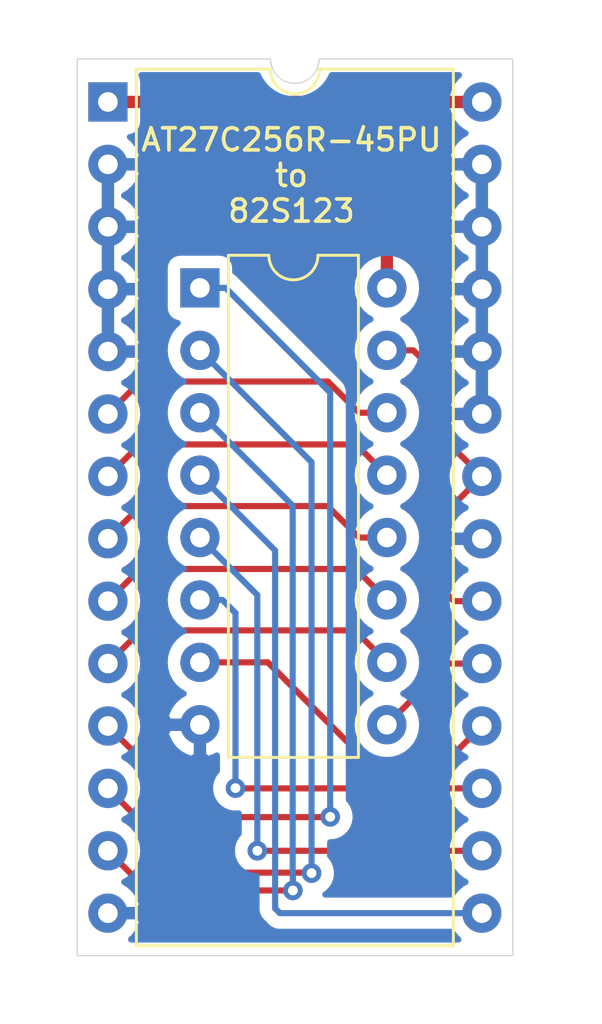
<source format=kicad_pcb>
(kicad_pcb (version 20171130) (host pcbnew "(5.1.4)-1")

  (general
    (thickness 1.6)
    (drawings 8)
    (tracks 76)
    (zones 0)
    (modules 2)
    (nets 17)
  )

  (page A4)
  (layers
    (0 F.Cu signal)
    (31 B.Cu signal)
    (32 B.Adhes user)
    (33 F.Adhes user)
    (34 B.Paste user)
    (35 F.Paste user)
    (36 B.SilkS user)
    (37 F.SilkS user)
    (38 B.Mask user)
    (39 F.Mask user)
    (40 Dwgs.User user)
    (41 Cmts.User user)
    (42 Eco1.User user)
    (43 Eco2.User user)
    (44 Edge.Cuts user)
    (45 Margin user)
    (46 B.CrtYd user)
    (47 F.CrtYd user)
    (48 B.Fab user)
    (49 F.Fab user)
  )

  (setup
    (last_trace_width 0.25)
    (trace_clearance 0.2)
    (zone_clearance 0.508)
    (zone_45_only no)
    (trace_min 0.2)
    (via_size 0.8)
    (via_drill 0.4)
    (via_min_size 0.4)
    (via_min_drill 0.3)
    (uvia_size 0.3)
    (uvia_drill 0.1)
    (uvias_allowed no)
    (uvia_min_size 0.2)
    (uvia_min_drill 0.1)
    (edge_width 0.05)
    (segment_width 0.2)
    (pcb_text_width 0.3)
    (pcb_text_size 1.5 1.5)
    (mod_edge_width 0.12)
    (mod_text_size 1 1)
    (mod_text_width 0.15)
    (pad_size 1.524 1.524)
    (pad_drill 0.762)
    (pad_to_mask_clearance 0.051)
    (solder_mask_min_width 0.25)
    (aux_axis_origin 0 0)
    (visible_elements 7FFFFFFF)
    (pcbplotparams
      (layerselection 0x010fc_ffffffff)
      (usegerberextensions false)
      (usegerberattributes false)
      (usegerberadvancedattributes false)
      (creategerberjobfile false)
      (excludeedgelayer true)
      (linewidth 0.100000)
      (plotframeref false)
      (viasonmask false)
      (mode 1)
      (useauxorigin false)
      (hpglpennumber 1)
      (hpglpenspeed 20)
      (hpglpendiameter 15.000000)
      (psnegative false)
      (psa4output false)
      (plotreference true)
      (plotvalue true)
      (plotinvisibletext false)
      (padsonsilk false)
      (subtractmaskfromsilk false)
      (outputformat 1)
      (mirror false)
      (drillshape 0)
      (scaleselection 1)
      (outputdirectory "PROM_Adapter_Gerbers/"))
  )

  (net 0 "")
  (net 1 +5V)
  (net 2 GND)
  (net 3 A2)
  (net 4 A1)
  (net 5 CE)
  (net 6 A0)
  (net 7 D0)
  (net 8 A3)
  (net 9 D1)
  (net 10 A4)
  (net 11 D2)
  (net 12 D3)
  (net 13 D6)
  (net 14 D5)
  (net 15 D4)
  (net 16 D7)

  (net_class Default "This is the default net class."
    (clearance 0.2)
    (trace_width 0.25)
    (via_dia 0.8)
    (via_drill 0.4)
    (uvia_dia 0.3)
    (uvia_drill 0.1)
    (add_net +5V)
    (add_net A0)
    (add_net A1)
    (add_net A2)
    (add_net A3)
    (add_net A4)
    (add_net CE)
    (add_net D0)
    (add_net D1)
    (add_net D2)
    (add_net D3)
    (add_net D4)
    (add_net D5)
    (add_net D6)
    (add_net D7)
    (add_net GND)
  )

  (module Housings_DIP:DIP-16_W7.62mm (layer F.Cu) (tedit 59C78D6B) (tstamp 60558D53)
    (at 161 94.82)
    (descr "16-lead though-hole mounted DIP package, row spacing 7.62 mm (300 mils)")
    (tags "THT DIP DIL PDIP 2.54mm 7.62mm 300mil")
    (path /60558C67)
    (fp_text reference J1 (at 3.81 -2.33) (layer F.Fab)
      (effects (font (size 1 1) (thickness 0.15)))
    )
    (fp_text value Conn_02x08_Counter_Clockwise (at 3.81 20.11) (layer F.Fab)
      (effects (font (size 1 1) (thickness 0.15)))
    )
    (fp_arc (start 3.81 -1.33) (end 2.81 -1.33) (angle -180) (layer F.SilkS) (width 0.12))
    (fp_line (start 1.635 -1.27) (end 6.985 -1.27) (layer F.Fab) (width 0.1))
    (fp_line (start 6.985 -1.27) (end 6.985 19.05) (layer F.Fab) (width 0.1))
    (fp_line (start 6.985 19.05) (end 0.635 19.05) (layer F.Fab) (width 0.1))
    (fp_line (start 0.635 19.05) (end 0.635 -0.27) (layer F.Fab) (width 0.1))
    (fp_line (start 0.635 -0.27) (end 1.635 -1.27) (layer F.Fab) (width 0.1))
    (fp_line (start 2.81 -1.33) (end 1.16 -1.33) (layer F.SilkS) (width 0.12))
    (fp_line (start 1.16 -1.33) (end 1.16 19.11) (layer F.SilkS) (width 0.12))
    (fp_line (start 1.16 19.11) (end 6.46 19.11) (layer F.SilkS) (width 0.12))
    (fp_line (start 6.46 19.11) (end 6.46 -1.33) (layer F.SilkS) (width 0.12))
    (fp_line (start 6.46 -1.33) (end 4.81 -1.33) (layer F.SilkS) (width 0.12))
    (fp_line (start -1.1 -1.55) (end -1.1 19.3) (layer F.CrtYd) (width 0.05))
    (fp_line (start -1.1 19.3) (end 8.7 19.3) (layer F.CrtYd) (width 0.05))
    (fp_line (start 8.7 19.3) (end 8.7 -1.55) (layer F.CrtYd) (width 0.05))
    (fp_line (start 8.7 -1.55) (end -1.1 -1.55) (layer F.CrtYd) (width 0.05))
    (fp_text user %R (at 3.81 8.89) (layer F.Fab)
      (effects (font (size 1 1) (thickness 0.15)))
    )
    (pad 1 thru_hole rect (at 0 0) (size 1.6 1.6) (drill 0.8) (layers *.Cu *.Mask)
      (net 7 D0))
    (pad 9 thru_hole oval (at 7.62 17.78) (size 1.6 1.6) (drill 0.8) (layers *.Cu *.Mask)
      (net 16 D7))
    (pad 2 thru_hole oval (at 0 2.54) (size 1.6 1.6) (drill 0.8) (layers *.Cu *.Mask)
      (net 9 D1))
    (pad 10 thru_hole oval (at 7.62 15.24) (size 1.6 1.6) (drill 0.8) (layers *.Cu *.Mask)
      (net 6 A0))
    (pad 3 thru_hole oval (at 0 5.08) (size 1.6 1.6) (drill 0.8) (layers *.Cu *.Mask)
      (net 11 D2))
    (pad 11 thru_hole oval (at 7.62 12.7) (size 1.6 1.6) (drill 0.8) (layers *.Cu *.Mask)
      (net 4 A1))
    (pad 4 thru_hole oval (at 0 7.62) (size 1.6 1.6) (drill 0.8) (layers *.Cu *.Mask)
      (net 12 D3))
    (pad 12 thru_hole oval (at 7.62 10.16) (size 1.6 1.6) (drill 0.8) (layers *.Cu *.Mask)
      (net 3 A2))
    (pad 5 thru_hole oval (at 0 10.16) (size 1.6 1.6) (drill 0.8) (layers *.Cu *.Mask)
      (net 15 D4))
    (pad 13 thru_hole oval (at 7.62 7.62) (size 1.6 1.6) (drill 0.8) (layers *.Cu *.Mask)
      (net 8 A3))
    (pad 6 thru_hole oval (at 0 12.7) (size 1.6 1.6) (drill 0.8) (layers *.Cu *.Mask)
      (net 14 D5))
    (pad 14 thru_hole oval (at 7.62 5.08) (size 1.6 1.6) (drill 0.8) (layers *.Cu *.Mask)
      (net 10 A4))
    (pad 7 thru_hole oval (at 0 15.24) (size 1.6 1.6) (drill 0.8) (layers *.Cu *.Mask)
      (net 13 D6))
    (pad 15 thru_hole oval (at 7.62 2.54) (size 1.6 1.6) (drill 0.8) (layers *.Cu *.Mask)
      (net 5 CE))
    (pad 8 thru_hole oval (at 0 17.78) (size 1.6 1.6) (drill 0.8) (layers *.Cu *.Mask)
      (net 2 GND))
    (pad 16 thru_hole oval (at 7.62 0) (size 1.6 1.6) (drill 0.8) (layers *.Cu *.Mask)
      (net 1 +5V))
    (model ${KISYS3DMOD}/Housings_DIP.3dshapes/DIP-16_W7.62mm.wrl
      (at (xyz 0 0 0))
      (scale (xyz 1 1 1))
      (rotate (xyz 0 0 0))
    )
  )

  (module Housings_DIP:DIP-28_W15.24mm (layer F.Cu) (tedit 59C78D6C) (tstamp 60558F23)
    (at 157.25 87.25)
    (descr "28-lead though-hole mounted DIP package, row spacing 15.24 mm (600 mils)")
    (tags "THT DIP DIL PDIP 2.54mm 15.24mm 600mil")
    (path /60557395)
    (fp_text reference U1 (at 7.62 -2.33) (layer F.Fab)
      (effects (font (size 1 1) (thickness 0.15)))
    )
    (fp_text value 27C256 (at 7.62 35.35) (layer F.Fab)
      (effects (font (size 1 1) (thickness 0.15)))
    )
    (fp_arc (start 7.62 -1.33) (end 6.62 -1.33) (angle -180) (layer F.SilkS) (width 0.12))
    (fp_line (start 1.255 -1.27) (end 14.985 -1.27) (layer F.Fab) (width 0.1))
    (fp_line (start 14.985 -1.27) (end 14.985 34.29) (layer F.Fab) (width 0.1))
    (fp_line (start 14.985 34.29) (end 0.255 34.29) (layer F.Fab) (width 0.1))
    (fp_line (start 0.255 34.29) (end 0.255 -0.27) (layer F.Fab) (width 0.1))
    (fp_line (start 0.255 -0.27) (end 1.255 -1.27) (layer F.Fab) (width 0.1))
    (fp_line (start 6.62 -1.33) (end 1.16 -1.33) (layer F.SilkS) (width 0.12))
    (fp_line (start 1.16 -1.33) (end 1.16 34.35) (layer F.SilkS) (width 0.12))
    (fp_line (start 1.16 34.35) (end 14.08 34.35) (layer F.SilkS) (width 0.12))
    (fp_line (start 14.08 34.35) (end 14.08 -1.33) (layer F.SilkS) (width 0.12))
    (fp_line (start 14.08 -1.33) (end 8.62 -1.33) (layer F.SilkS) (width 0.12))
    (fp_line (start -1.05 -1.55) (end -1.05 34.55) (layer F.CrtYd) (width 0.05))
    (fp_line (start -1.05 34.55) (end 16.3 34.55) (layer F.CrtYd) (width 0.05))
    (fp_line (start 16.3 34.55) (end 16.3 -1.55) (layer F.CrtYd) (width 0.05))
    (fp_line (start 16.3 -1.55) (end -1.05 -1.55) (layer F.CrtYd) (width 0.05))
    (fp_text user %R (at 7.62 16.51) (layer F.Fab)
      (effects (font (size 1 1) (thickness 0.15)))
    )
    (pad 1 thru_hole rect (at 0 0) (size 1.6 1.6) (drill 0.8) (layers *.Cu *.Mask)
      (net 1 +5V))
    (pad 15 thru_hole oval (at 15.24 33.02) (size 1.6 1.6) (drill 0.8) (layers *.Cu *.Mask)
      (net 12 D3))
    (pad 2 thru_hole oval (at 0 2.54) (size 1.6 1.6) (drill 0.8) (layers *.Cu *.Mask)
      (net 2 GND))
    (pad 16 thru_hole oval (at 15.24 30.48) (size 1.6 1.6) (drill 0.8) (layers *.Cu *.Mask)
      (net 15 D4))
    (pad 3 thru_hole oval (at 0 5.08) (size 1.6 1.6) (drill 0.8) (layers *.Cu *.Mask)
      (net 2 GND))
    (pad 17 thru_hole oval (at 15.24 27.94) (size 1.6 1.6) (drill 0.8) (layers *.Cu *.Mask)
      (net 14 D5))
    (pad 4 thru_hole oval (at 0 7.62) (size 1.6 1.6) (drill 0.8) (layers *.Cu *.Mask)
      (net 2 GND))
    (pad 18 thru_hole oval (at 15.24 25.4) (size 1.6 1.6) (drill 0.8) (layers *.Cu *.Mask)
      (net 13 D6))
    (pad 5 thru_hole oval (at 0 10.16) (size 1.6 1.6) (drill 0.8) (layers *.Cu *.Mask)
      (net 2 GND))
    (pad 19 thru_hole oval (at 15.24 22.86) (size 1.6 1.6) (drill 0.8) (layers *.Cu *.Mask)
      (net 16 D7))
    (pad 6 thru_hole oval (at 0 12.7) (size 1.6 1.6) (drill 0.8) (layers *.Cu *.Mask)
      (net 10 A4))
    (pad 20 thru_hole oval (at 15.24 20.32) (size 1.6 1.6) (drill 0.8) (layers *.Cu *.Mask)
      (net 5 CE))
    (pad 7 thru_hole oval (at 0 15.24) (size 1.6 1.6) (drill 0.8) (layers *.Cu *.Mask)
      (net 8 A3))
    (pad 21 thru_hole oval (at 15.24 17.78) (size 1.6 1.6) (drill 0.8) (layers *.Cu *.Mask)
      (net 2 GND))
    (pad 8 thru_hole oval (at 0 17.78) (size 1.6 1.6) (drill 0.8) (layers *.Cu *.Mask)
      (net 3 A2))
    (pad 22 thru_hole oval (at 15.24 15.24) (size 1.6 1.6) (drill 0.8) (layers *.Cu *.Mask)
      (net 5 CE))
    (pad 9 thru_hole oval (at 0 20.32) (size 1.6 1.6) (drill 0.8) (layers *.Cu *.Mask)
      (net 4 A1))
    (pad 23 thru_hole oval (at 15.24 12.7) (size 1.6 1.6) (drill 0.8) (layers *.Cu *.Mask)
      (net 2 GND))
    (pad 10 thru_hole oval (at 0 22.86) (size 1.6 1.6) (drill 0.8) (layers *.Cu *.Mask)
      (net 6 A0))
    (pad 24 thru_hole oval (at 15.24 10.16) (size 1.6 1.6) (drill 0.8) (layers *.Cu *.Mask)
      (net 2 GND))
    (pad 11 thru_hole oval (at 0 25.4) (size 1.6 1.6) (drill 0.8) (layers *.Cu *.Mask)
      (net 7 D0))
    (pad 25 thru_hole oval (at 15.24 7.62) (size 1.6 1.6) (drill 0.8) (layers *.Cu *.Mask)
      (net 2 GND))
    (pad 12 thru_hole oval (at 0 27.94) (size 1.6 1.6) (drill 0.8) (layers *.Cu *.Mask)
      (net 9 D1))
    (pad 26 thru_hole oval (at 15.24 5.08) (size 1.6 1.6) (drill 0.8) (layers *.Cu *.Mask)
      (net 2 GND))
    (pad 13 thru_hole oval (at 0 30.48) (size 1.6 1.6) (drill 0.8) (layers *.Cu *.Mask)
      (net 11 D2))
    (pad 27 thru_hole oval (at 15.24 2.54) (size 1.6 1.6) (drill 0.8) (layers *.Cu *.Mask)
      (net 2 GND))
    (pad 14 thru_hole oval (at 0 33.02) (size 1.6 1.6) (drill 0.8) (layers *.Cu *.Mask)
      (net 2 GND))
    (pad 28 thru_hole oval (at 15.24 0) (size 1.6 1.6) (drill 0.8) (layers *.Cu *.Mask)
      (net 1 +5V))
    (model ${KISYS3DMOD}/Housings_DIP.3dshapes/DIP-28_W15.24mm.wrl
      (at (xyz 0 0 0))
      (scale (xyz 1 1 1))
      (rotate (xyz 0 0 0))
    )
  )

  (gr_text "AT27C256R-45PU\nto\n82S123" (at 164.73 90.24) (layer F.SilkS)
    (effects (font (size 0.9 0.9) (thickness 0.15)))
  )
  (gr_line (start 173.75 85.5) (end 165.86 85.5) (layer Edge.Cuts) (width 0.05) (tstamp 605590DE))
  (gr_arc (start 164.87 85.5) (end 163.88 85.5) (angle -90) (layer Edge.Cuts) (width 0.05) (tstamp 605590D1))
  (gr_arc (start 164.87 85.5) (end 164.87 86.49) (angle -90) (layer Edge.Cuts) (width 0.05))
  (gr_line (start 156 85.5) (end 156 122) (layer Edge.Cuts) (width 0.05) (tstamp 60558D1F))
  (gr_line (start 173.75 122) (end 173.75 85.5) (layer Edge.Cuts) (width 0.05) (tstamp 60558D1E))
  (gr_line (start 156 122) (end 173.75 122) (layer Edge.Cuts) (width 0.05) (tstamp 60558D1D))
  (gr_line (start 163.88 85.5) (end 156 85.5) (layer Edge.Cuts) (width 0.05) (tstamp 60558D1C))

  (segment (start 168.62 88.4) (end 169.77 87.25) (width 0.5) (layer F.Cu) (net 1))
  (segment (start 168.62 94.82) (end 168.62 88.4) (width 0.5) (layer F.Cu) (net 1))
  (segment (start 172.49 87.25) (end 169.77 87.25) (width 0.5) (layer F.Cu) (net 1))
  (segment (start 169.77 87.25) (end 157.25 87.25) (width 0.5) (layer F.Cu) (net 1))
  (segment (start 167.48863 104.98) (end 166.20863 103.7) (width 0.25) (layer F.Cu) (net 3))
  (segment (start 168.62 104.98) (end 167.48863 104.98) (width 0.25) (layer F.Cu) (net 3))
  (segment (start 158.58 103.7) (end 157.25 105.03) (width 0.25) (layer F.Cu) (net 3))
  (segment (start 166.20863 103.7) (end 158.58 103.7) (width 0.25) (layer F.Cu) (net 3))
  (segment (start 158.56 106.26) (end 157.25 107.57) (width 0.25) (layer F.Cu) (net 4))
  (segment (start 168.62 107.52) (end 167.36 106.26) (width 0.25) (layer F.Cu) (net 4))
  (segment (start 167.36 106.26) (end 158.56 106.26) (width 0.25) (layer F.Cu) (net 4))
  (segment (start 171.35863 107.57) (end 171.01 107.22137) (width 0.25) (layer F.Cu) (net 5))
  (segment (start 172.49 107.57) (end 171.35863 107.57) (width 0.25) (layer F.Cu) (net 5))
  (segment (start 171.01 103.97) (end 172.49 102.49) (width 0.25) (layer F.Cu) (net 5))
  (segment (start 171.01 107.22137) (end 171.01 103.97) (width 0.25) (layer F.Cu) (net 5))
  (segment (start 169.7 97.36) (end 168.62 97.36) (width 0.25) (layer F.Cu) (net 5))
  (segment (start 170.4 98.06) (end 169.7 97.36) (width 0.25) (layer F.Cu) (net 5))
  (segment (start 170.4 100.41) (end 170.4 98.06) (width 0.25) (layer F.Cu) (net 5))
  (segment (start 171.680001 101.690001) (end 170.4 100.41) (width 0.25) (layer F.Cu) (net 5))
  (segment (start 171.690001 101.690001) (end 171.680001 101.690001) (width 0.25) (layer F.Cu) (net 5))
  (segment (start 172.49 102.49) (end 171.690001 101.690001) (width 0.25) (layer F.Cu) (net 5))
  (segment (start 168.62 110.06) (end 167.32 108.76) (width 0.25) (layer F.Cu) (net 6))
  (segment (start 158.6 108.76) (end 157.25 110.11) (width 0.25) (layer F.Cu) (net 6))
  (segment (start 167.32 108.76) (end 158.6 108.76) (width 0.25) (layer F.Cu) (net 6))
  (segment (start 160.96 116.36) (end 164.790001 116.36) (width 0.25) (layer F.Cu) (net 7))
  (segment (start 157.25 112.65) (end 160.96 116.36) (width 0.25) (layer F.Cu) (net 7))
  (via (at 166.31 116.35) (size 0.8) (drill 0.4) (layers F.Cu B.Cu) (net 7))
  (segment (start 164.790001 116.36) (end 166.3 116.36) (width 0.25) (layer F.Cu) (net 7))
  (segment (start 166.3 116.36) (end 166.31 116.35) (width 0.25) (layer F.Cu) (net 7))
  (segment (start 162.05 94.82) (end 161 94.82) (width 0.25) (layer B.Cu) (net 7))
  (segment (start 166.31 99.08) (end 162.05 94.82) (width 0.25) (layer B.Cu) (net 7))
  (segment (start 166.31 116.35) (end 166.31 99.08) (width 0.25) (layer B.Cu) (net 7))
  (segment (start 168.62 102.44) (end 167.37 101.19) (width 0.25) (layer F.Cu) (net 8))
  (segment (start 158.55 101.19) (end 157.25 102.49) (width 0.25) (layer F.Cu) (net 8))
  (segment (start 167.37 101.19) (end 158.55 101.19) (width 0.25) (layer F.Cu) (net 8))
  (segment (start 157.25 115.19) (end 160.68 118.62) (width 0.25) (layer F.Cu) (net 9))
  (via (at 165.55 118.64) (size 0.8) (drill 0.4) (layers F.Cu B.Cu) (net 9))
  (segment (start 160.68 118.62) (end 165.53 118.62) (width 0.25) (layer F.Cu) (net 9))
  (segment (start 165.53 118.62) (end 165.55 118.64) (width 0.25) (layer F.Cu) (net 9))
  (segment (start 165.55 101.91) (end 161 97.36) (width 0.25) (layer B.Cu) (net 9))
  (segment (start 165.55 118.64) (end 165.55 101.91) (width 0.25) (layer B.Cu) (net 9))
  (segment (start 167.48863 99.9) (end 166.21863 98.63) (width 0.25) (layer F.Cu) (net 10))
  (segment (start 168.62 99.9) (end 167.48863 99.9) (width 0.25) (layer F.Cu) (net 10))
  (segment (start 158.57 98.63) (end 157.25 99.95) (width 0.25) (layer F.Cu) (net 10))
  (segment (start 166.21863 98.63) (end 158.57 98.63) (width 0.25) (layer F.Cu) (net 10))
  (via (at 164.790001 119.345) (size 0.8) (drill 0.4) (layers F.Cu B.Cu) (net 11))
  (segment (start 157.25 117.73) (end 158.865 119.345) (width 0.25) (layer F.Cu) (net 11))
  (segment (start 158.865 119.345) (end 164.790001 119.345) (width 0.25) (layer F.Cu) (net 11))
  (segment (start 164.790001 118.779315) (end 164.78 118.769314) (width 0.25) (layer B.Cu) (net 11))
  (segment (start 164.790001 119.345) (end 164.790001 118.779315) (width 0.25) (layer B.Cu) (net 11))
  (segment (start 164.78 103.68) (end 164.78 103.94) (width 0.25) (layer B.Cu) (net 11))
  (segment (start 161 99.9) (end 164.78 103.68) (width 0.25) (layer B.Cu) (net 11))
  (segment (start 164.78 118.769314) (end 164.78 103.94) (width 0.25) (layer B.Cu) (net 11))
  (segment (start 164.065001 105.505001) (end 161 102.44) (width 0.25) (layer B.Cu) (net 12))
  (segment (start 164.065001 120.075001) (end 164.065001 105.505001) (width 0.25) (layer B.Cu) (net 12))
  (segment (start 164.26 120.27) (end 164.065001 120.075001) (width 0.25) (layer B.Cu) (net 12))
  (segment (start 172.49 120.27) (end 164.26 120.27) (width 0.25) (layer B.Cu) (net 12))
  (segment (start 172.49 112.65) (end 171.02 114.12) (width 0.25) (layer F.Cu) (net 13))
  (segment (start 171.02 114.12) (end 167.83 114.12) (width 0.25) (layer F.Cu) (net 13))
  (segment (start 163.77 110.06) (end 164.285 110.575) (width 0.25) (layer F.Cu) (net 13))
  (segment (start 161 110.06) (end 163.77 110.06) (width 0.25) (layer F.Cu) (net 13))
  (segment (start 167.83 114.12) (end 164.285 110.575) (width 0.25) (layer F.Cu) (net 13))
  (segment (start 164.315 110.605) (end 163.78 110.07) (width 0.25) (layer F.Cu) (net 13))
  (via (at 162.45 115.18) (size 0.8) (drill 0.4) (layers F.Cu B.Cu) (net 14))
  (segment (start 172.49 115.19) (end 162.46 115.19) (width 0.25) (layer F.Cu) (net 14))
  (segment (start 162.46 115.19) (end 162.45 115.18) (width 0.25) (layer F.Cu) (net 14))
  (segment (start 161.92 107.52) (end 161 107.52) (width 0.25) (layer B.Cu) (net 14))
  (segment (start 162.45 115.18) (end 162.45 108.05) (width 0.25) (layer B.Cu) (net 14))
  (segment (start 162.45 108.05) (end 161.92 107.52) (width 0.25) (layer B.Cu) (net 14))
  (segment (start 161 104.98) (end 163.34 107.32) (width 0.25) (layer B.Cu) (net 15))
  (segment (start 163.34 107.32) (end 163.34 116.77) (width 0.25) (layer B.Cu) (net 15))
  (via (at 163.34 117.73) (size 0.8) (drill 0.4) (layers F.Cu B.Cu) (net 15))
  (segment (start 163.34 116.77) (end 163.34 117.73) (width 0.25) (layer B.Cu) (net 15))
  (segment (start 163.34 117.73) (end 172.49 117.73) (width 0.25) (layer F.Cu) (net 15))
  (segment (start 171.11 110.11) (end 168.62 112.6) (width 0.25) (layer F.Cu) (net 16))
  (segment (start 172.49 110.11) (end 171.11 110.11) (width 0.25) (layer F.Cu) (net 16))

  (zone (net 2) (net_name GND) (layer B.Cu) (tstamp 60559169) (hatch edge 0.508)
    (connect_pads (clearance 0.508))
    (min_thickness 0.254)
    (fill yes (arc_segments 32) (thermal_gap 0.508) (thermal_bridge_width 0.508))
    (polygon
      (pts
        (xy 177.4 124.8) (xy 153.7 123.7) (xy 154.5 83.1) (xy 176 84.3)
      )
    )
    (filled_polygon
      (pts
        (xy 163.372461 86.189417) (xy 163.376788 86.197553) (xy 163.468686 86.367514) (xy 163.502108 86.417063) (xy 163.534889 86.467159)
        (xy 163.540714 86.4743) (xy 163.663873 86.623174) (xy 163.706309 86.665315) (xy 163.748172 86.708064) (xy 163.755272 86.713938)
        (xy 163.905002 86.836055) (xy 163.954811 86.869147) (xy 164.004183 86.902954) (xy 164.01229 86.907337) (xy 164.182887 86.998046)
        (xy 164.238205 87.020846) (xy 164.293176 87.044407) (xy 164.301979 87.047132) (xy 164.486947 87.102977) (xy 164.545632 87.114597)
        (xy 164.60414 87.127033) (xy 164.613303 87.127996) (xy 164.613305 87.127996) (xy 164.805597 87.14685) (xy 164.834418 87.14685)
        (xy 164.863077 87.149964) (xy 164.872292 87.149996) (xy 164.879203 87.149972) (xy 164.907891 87.147058) (xy 164.936731 87.14726)
        (xy 164.945902 87.14636) (xy 165.138058 87.126163) (xy 165.196648 87.114136) (xy 165.25541 87.102927) (xy 165.264232 87.100264)
        (xy 165.448805 87.043129) (xy 165.503922 87.01996) (xy 165.559417 86.997539) (xy 165.567546 86.993216) (xy 165.56755 86.993214)
        (xy 165.567553 86.993212) (xy 165.737514 86.901314) (xy 165.787063 86.867892) (xy 165.837159 86.835111) (xy 165.8443 86.829286)
        (xy 165.993174 86.706127) (xy 166.035315 86.663691) (xy 166.078064 86.621828) (xy 166.083938 86.614728) (xy 166.206055 86.464998)
        (xy 166.239147 86.415189) (xy 166.272954 86.365817) (xy 166.277337 86.35771) (xy 166.368046 86.187113) (xy 166.379221 86.16)
        (xy 171.556165 86.16) (xy 171.470392 86.230392) (xy 171.291068 86.448899) (xy 171.157818 86.698192) (xy 171.075764 86.968691)
        (xy 171.048057 87.25) (xy 171.075764 87.531309) (xy 171.157818 87.801808) (xy 171.291068 88.051101) (xy 171.470392 88.269608)
        (xy 171.688899 88.448932) (xy 171.826682 88.522579) (xy 171.634869 88.637615) (xy 171.426481 88.826586) (xy 171.258963 89.05258)
        (xy 171.138754 89.306913) (xy 171.098096 89.440961) (xy 171.220085 89.663) (xy 172.363 89.663) (xy 172.363 89.643)
        (xy 172.617 89.643) (xy 172.617 89.663) (xy 172.637 89.663) (xy 172.637 89.917) (xy 172.617 89.917)
        (xy 172.617 92.203) (xy 172.637 92.203) (xy 172.637 92.457) (xy 172.617 92.457) (xy 172.617 94.743)
        (xy 172.637 94.743) (xy 172.637 94.997) (xy 172.617 94.997) (xy 172.617 97.283) (xy 172.637 97.283)
        (xy 172.637 97.537) (xy 172.617 97.537) (xy 172.617 99.823) (xy 172.637 99.823) (xy 172.637 100.077)
        (xy 172.617 100.077) (xy 172.617 100.097) (xy 172.363 100.097) (xy 172.363 100.077) (xy 171.220085 100.077)
        (xy 171.098096 100.299039) (xy 171.138754 100.433087) (xy 171.258963 100.68742) (xy 171.426481 100.913414) (xy 171.634869 101.102385)
        (xy 171.826682 101.217421) (xy 171.688899 101.291068) (xy 171.470392 101.470392) (xy 171.291068 101.688899) (xy 171.157818 101.938192)
        (xy 171.075764 102.208691) (xy 171.048057 102.49) (xy 171.075764 102.771309) (xy 171.157818 103.041808) (xy 171.291068 103.291101)
        (xy 171.470392 103.509608) (xy 171.688899 103.688932) (xy 171.826682 103.762579) (xy 171.634869 103.877615) (xy 171.426481 104.066586)
        (xy 171.258963 104.29258) (xy 171.138754 104.546913) (xy 171.098096 104.680961) (xy 171.220085 104.903) (xy 172.363 104.903)
        (xy 172.363 104.883) (xy 172.617 104.883) (xy 172.617 104.903) (xy 172.637 104.903) (xy 172.637 105.157)
        (xy 172.617 105.157) (xy 172.617 105.177) (xy 172.363 105.177) (xy 172.363 105.157) (xy 171.220085 105.157)
        (xy 171.098096 105.379039) (xy 171.138754 105.513087) (xy 171.258963 105.76742) (xy 171.426481 105.993414) (xy 171.634869 106.182385)
        (xy 171.826682 106.297421) (xy 171.688899 106.371068) (xy 171.470392 106.550392) (xy 171.291068 106.768899) (xy 171.157818 107.018192)
        (xy 171.075764 107.288691) (xy 171.048057 107.57) (xy 171.075764 107.851309) (xy 171.157818 108.121808) (xy 171.291068 108.371101)
        (xy 171.470392 108.589608) (xy 171.688899 108.768932) (xy 171.821858 108.84) (xy 171.688899 108.911068) (xy 171.470392 109.090392)
        (xy 171.291068 109.308899) (xy 171.157818 109.558192) (xy 171.075764 109.828691) (xy 171.048057 110.11) (xy 171.075764 110.391309)
        (xy 171.157818 110.661808) (xy 171.291068 110.911101) (xy 171.470392 111.129608) (xy 171.688899 111.308932) (xy 171.821858 111.38)
        (xy 171.688899 111.451068) (xy 171.470392 111.630392) (xy 171.291068 111.848899) (xy 171.157818 112.098192) (xy 171.075764 112.368691)
        (xy 171.048057 112.65) (xy 171.075764 112.931309) (xy 171.157818 113.201808) (xy 171.291068 113.451101) (xy 171.470392 113.669608)
        (xy 171.688899 113.848932) (xy 171.821858 113.92) (xy 171.688899 113.991068) (xy 171.470392 114.170392) (xy 171.291068 114.388899)
        (xy 171.157818 114.638192) (xy 171.075764 114.908691) (xy 171.048057 115.19) (xy 171.075764 115.471309) (xy 171.157818 115.741808)
        (xy 171.291068 115.991101) (xy 171.470392 116.209608) (xy 171.688899 116.388932) (xy 171.821858 116.46) (xy 171.688899 116.531068)
        (xy 171.470392 116.710392) (xy 171.291068 116.928899) (xy 171.157818 117.178192) (xy 171.075764 117.448691) (xy 171.048057 117.73)
        (xy 171.075764 118.011309) (xy 171.157818 118.281808) (xy 171.291068 118.531101) (xy 171.470392 118.749608) (xy 171.688899 118.928932)
        (xy 171.821858 119) (xy 171.688899 119.071068) (xy 171.470392 119.250392) (xy 171.291068 119.468899) (xy 171.269099 119.51)
        (xy 166.110903 119.51) (xy 166.209774 119.443937) (xy 166.353937 119.299774) (xy 166.467205 119.130256) (xy 166.545226 118.941898)
        (xy 166.585 118.741939) (xy 166.585 118.538061) (xy 166.545226 118.338102) (xy 166.467205 118.149744) (xy 166.353937 117.980226)
        (xy 166.31 117.936289) (xy 166.31 117.385) (xy 166.411939 117.385) (xy 166.611898 117.345226) (xy 166.800256 117.267205)
        (xy 166.969774 117.153937) (xy 167.113937 117.009774) (xy 167.227205 116.840256) (xy 167.305226 116.651898) (xy 167.345 116.451939)
        (xy 167.345 116.248061) (xy 167.305226 116.048102) (xy 167.227205 115.859744) (xy 167.113937 115.690226) (xy 167.07 115.646289)
        (xy 167.07 99.117325) (xy 167.073676 99.08) (xy 167.07 99.042675) (xy 167.07 99.042667) (xy 167.059003 98.931014)
        (xy 167.015546 98.787753) (xy 166.944974 98.655724) (xy 166.850001 98.539999) (xy 166.821003 98.516201) (xy 163.124802 94.82)
        (xy 167.178057 94.82) (xy 167.205764 95.101309) (xy 167.287818 95.371808) (xy 167.421068 95.621101) (xy 167.600392 95.839608)
        (xy 167.818899 96.018932) (xy 167.951858 96.09) (xy 167.818899 96.161068) (xy 167.600392 96.340392) (xy 167.421068 96.558899)
        (xy 167.287818 96.808192) (xy 167.205764 97.078691) (xy 167.178057 97.36) (xy 167.205764 97.641309) (xy 167.287818 97.911808)
        (xy 167.421068 98.161101) (xy 167.600392 98.379608) (xy 167.818899 98.558932) (xy 167.951858 98.63) (xy 167.818899 98.701068)
        (xy 167.600392 98.880392) (xy 167.421068 99.098899) (xy 167.287818 99.348192) (xy 167.205764 99.618691) (xy 167.178057 99.9)
        (xy 167.205764 100.181309) (xy 167.287818 100.451808) (xy 167.421068 100.701101) (xy 167.600392 100.919608) (xy 167.818899 101.098932)
        (xy 167.951858 101.17) (xy 167.818899 101.241068) (xy 167.600392 101.420392) (xy 167.421068 101.638899) (xy 167.287818 101.888192)
        (xy 167.205764 102.158691) (xy 167.178057 102.44) (xy 167.205764 102.721309) (xy 167.287818 102.991808) (xy 167.421068 103.241101)
        (xy 167.600392 103.459608) (xy 167.818899 103.638932) (xy 167.951858 103.71) (xy 167.818899 103.781068) (xy 167.600392 103.960392)
        (xy 167.421068 104.178899) (xy 167.287818 104.428192) (xy 167.205764 104.698691) (xy 167.178057 104.98) (xy 167.205764 105.261309)
        (xy 167.287818 105.531808) (xy 167.421068 105.781101) (xy 167.600392 105.999608) (xy 167.818899 106.178932) (xy 167.951858 106.25)
        (xy 167.818899 106.321068) (xy 167.600392 106.500392) (xy 167.421068 106.718899) (xy 167.287818 106.968192) (xy 167.205764 107.238691)
        (xy 167.178057 107.52) (xy 167.205764 107.801309) (xy 167.287818 108.071808) (xy 167.421068 108.321101) (xy 167.600392 108.539608)
        (xy 167.818899 108.718932) (xy 167.951858 108.79) (xy 167.818899 108.861068) (xy 167.600392 109.040392) (xy 167.421068 109.258899)
        (xy 167.287818 109.508192) (xy 167.205764 109.778691) (xy 167.178057 110.06) (xy 167.205764 110.341309) (xy 167.287818 110.611808)
        (xy 167.421068 110.861101) (xy 167.600392 111.079608) (xy 167.818899 111.258932) (xy 167.951858 111.33) (xy 167.818899 111.401068)
        (xy 167.600392 111.580392) (xy 167.421068 111.798899) (xy 167.287818 112.048192) (xy 167.205764 112.318691) (xy 167.178057 112.6)
        (xy 167.205764 112.881309) (xy 167.287818 113.151808) (xy 167.421068 113.401101) (xy 167.600392 113.619608) (xy 167.818899 113.798932)
        (xy 168.068192 113.932182) (xy 168.338691 114.014236) (xy 168.549508 114.035) (xy 168.690492 114.035) (xy 168.901309 114.014236)
        (xy 169.171808 113.932182) (xy 169.421101 113.798932) (xy 169.639608 113.619608) (xy 169.818932 113.401101) (xy 169.952182 113.151808)
        (xy 170.034236 112.881309) (xy 170.061943 112.6) (xy 170.034236 112.318691) (xy 169.952182 112.048192) (xy 169.818932 111.798899)
        (xy 169.639608 111.580392) (xy 169.421101 111.401068) (xy 169.288142 111.33) (xy 169.421101 111.258932) (xy 169.639608 111.079608)
        (xy 169.818932 110.861101) (xy 169.952182 110.611808) (xy 170.034236 110.341309) (xy 170.061943 110.06) (xy 170.034236 109.778691)
        (xy 169.952182 109.508192) (xy 169.818932 109.258899) (xy 169.639608 109.040392) (xy 169.421101 108.861068) (xy 169.288142 108.79)
        (xy 169.421101 108.718932) (xy 169.639608 108.539608) (xy 169.818932 108.321101) (xy 169.952182 108.071808) (xy 170.034236 107.801309)
        (xy 170.061943 107.52) (xy 170.034236 107.238691) (xy 169.952182 106.968192) (xy 169.818932 106.718899) (xy 169.639608 106.500392)
        (xy 169.421101 106.321068) (xy 169.288142 106.25) (xy 169.421101 106.178932) (xy 169.639608 105.999608) (xy 169.818932 105.781101)
        (xy 169.952182 105.531808) (xy 170.034236 105.261309) (xy 170.061943 104.98) (xy 170.034236 104.698691) (xy 169.952182 104.428192)
        (xy 169.818932 104.178899) (xy 169.639608 103.960392) (xy 169.421101 103.781068) (xy 169.288142 103.71) (xy 169.421101 103.638932)
        (xy 169.639608 103.459608) (xy 169.818932 103.241101) (xy 169.952182 102.991808) (xy 170.034236 102.721309) (xy 170.061943 102.44)
        (xy 170.034236 102.158691) (xy 169.952182 101.888192) (xy 169.818932 101.638899) (xy 169.639608 101.420392) (xy 169.421101 101.241068)
        (xy 169.288142 101.17) (xy 169.421101 101.098932) (xy 169.639608 100.919608) (xy 169.818932 100.701101) (xy 169.952182 100.451808)
        (xy 170.034236 100.181309) (xy 170.061943 99.9) (xy 170.034236 99.618691) (xy 169.952182 99.348192) (xy 169.818932 99.098899)
        (xy 169.639608 98.880392) (xy 169.421101 98.701068) (xy 169.288142 98.63) (xy 169.421101 98.558932) (xy 169.639608 98.379608)
        (xy 169.818932 98.161101) (xy 169.952182 97.911808) (xy 169.998523 97.759039) (xy 171.098096 97.759039) (xy 171.138754 97.893087)
        (xy 171.258963 98.14742) (xy 171.426481 98.373414) (xy 171.634869 98.562385) (xy 171.830982 98.68) (xy 171.634869 98.797615)
        (xy 171.426481 98.986586) (xy 171.258963 99.21258) (xy 171.138754 99.466913) (xy 171.098096 99.600961) (xy 171.220085 99.823)
        (xy 172.363 99.823) (xy 172.363 97.537) (xy 171.220085 97.537) (xy 171.098096 97.759039) (xy 169.998523 97.759039)
        (xy 170.034236 97.641309) (xy 170.061943 97.36) (xy 170.034236 97.078691) (xy 169.952182 96.808192) (xy 169.818932 96.558899)
        (xy 169.639608 96.340392) (xy 169.421101 96.161068) (xy 169.288142 96.09) (xy 169.421101 96.018932) (xy 169.639608 95.839608)
        (xy 169.818932 95.621101) (xy 169.952182 95.371808) (xy 169.998523 95.219039) (xy 171.098096 95.219039) (xy 171.138754 95.353087)
        (xy 171.258963 95.60742) (xy 171.426481 95.833414) (xy 171.634869 96.022385) (xy 171.830982 96.14) (xy 171.634869 96.257615)
        (xy 171.426481 96.446586) (xy 171.258963 96.67258) (xy 171.138754 96.926913) (xy 171.098096 97.060961) (xy 171.220085 97.283)
        (xy 172.363 97.283) (xy 172.363 94.997) (xy 171.220085 94.997) (xy 171.098096 95.219039) (xy 169.998523 95.219039)
        (xy 170.034236 95.101309) (xy 170.061943 94.82) (xy 170.034236 94.538691) (xy 169.952182 94.268192) (xy 169.818932 94.018899)
        (xy 169.639608 93.800392) (xy 169.421101 93.621068) (xy 169.171808 93.487818) (xy 168.901309 93.405764) (xy 168.690492 93.385)
        (xy 168.549508 93.385) (xy 168.338691 93.405764) (xy 168.068192 93.487818) (xy 167.818899 93.621068) (xy 167.600392 93.800392)
        (xy 167.421068 94.018899) (xy 167.287818 94.268192) (xy 167.205764 94.538691) (xy 167.178057 94.82) (xy 163.124802 94.82)
        (xy 162.613804 94.309003) (xy 162.590001 94.279999) (xy 162.474276 94.185026) (xy 162.438072 94.165674) (xy 162.438072 94.02)
        (xy 162.425812 93.895518) (xy 162.389502 93.77582) (xy 162.330537 93.665506) (xy 162.251185 93.568815) (xy 162.154494 93.489463)
        (xy 162.04418 93.430498) (xy 161.924482 93.394188) (xy 161.8 93.381928) (xy 160.2 93.381928) (xy 160.075518 93.394188)
        (xy 159.95582 93.430498) (xy 159.845506 93.489463) (xy 159.748815 93.568815) (xy 159.669463 93.665506) (xy 159.610498 93.77582)
        (xy 159.574188 93.895518) (xy 159.561928 94.02) (xy 159.561928 95.62) (xy 159.574188 95.744482) (xy 159.610498 95.86418)
        (xy 159.669463 95.974494) (xy 159.748815 96.071185) (xy 159.845506 96.150537) (xy 159.95582 96.209502) (xy 160.075518 96.245812)
        (xy 160.093482 96.247581) (xy 159.980392 96.340392) (xy 159.801068 96.558899) (xy 159.667818 96.808192) (xy 159.585764 97.078691)
        (xy 159.558057 97.36) (xy 159.585764 97.641309) (xy 159.667818 97.911808) (xy 159.801068 98.161101) (xy 159.980392 98.379608)
        (xy 160.198899 98.558932) (xy 160.331858 98.63) (xy 160.198899 98.701068) (xy 159.980392 98.880392) (xy 159.801068 99.098899)
        (xy 159.667818 99.348192) (xy 159.585764 99.618691) (xy 159.558057 99.9) (xy 159.585764 100.181309) (xy 159.667818 100.451808)
        (xy 159.801068 100.701101) (xy 159.980392 100.919608) (xy 160.198899 101.098932) (xy 160.331858 101.17) (xy 160.198899 101.241068)
        (xy 159.980392 101.420392) (xy 159.801068 101.638899) (xy 159.667818 101.888192) (xy 159.585764 102.158691) (xy 159.558057 102.44)
        (xy 159.585764 102.721309) (xy 159.667818 102.991808) (xy 159.801068 103.241101) (xy 159.980392 103.459608) (xy 160.198899 103.638932)
        (xy 160.331858 103.71) (xy 160.198899 103.781068) (xy 159.980392 103.960392) (xy 159.801068 104.178899) (xy 159.667818 104.428192)
        (xy 159.585764 104.698691) (xy 159.558057 104.98) (xy 159.585764 105.261309) (xy 159.667818 105.531808) (xy 159.801068 105.781101)
        (xy 159.980392 105.999608) (xy 160.198899 106.178932) (xy 160.331858 106.25) (xy 160.198899 106.321068) (xy 159.980392 106.500392)
        (xy 159.801068 106.718899) (xy 159.667818 106.968192) (xy 159.585764 107.238691) (xy 159.558057 107.52) (xy 159.585764 107.801309)
        (xy 159.667818 108.071808) (xy 159.801068 108.321101) (xy 159.980392 108.539608) (xy 160.198899 108.718932) (xy 160.331858 108.79)
        (xy 160.198899 108.861068) (xy 159.980392 109.040392) (xy 159.801068 109.258899) (xy 159.667818 109.508192) (xy 159.585764 109.778691)
        (xy 159.558057 110.06) (xy 159.585764 110.341309) (xy 159.667818 110.611808) (xy 159.801068 110.861101) (xy 159.980392 111.079608)
        (xy 160.198899 111.258932) (xy 160.336682 111.332579) (xy 160.144869 111.447615) (xy 159.936481 111.636586) (xy 159.768963 111.86258)
        (xy 159.648754 112.116913) (xy 159.608096 112.250961) (xy 159.730085 112.473) (xy 160.873 112.473) (xy 160.873 112.453)
        (xy 161.127 112.453) (xy 161.127 112.473) (xy 161.147 112.473) (xy 161.147 112.727) (xy 161.127 112.727)
        (xy 161.127 113.870624) (xy 161.34904 113.991909) (xy 161.613881 113.89707) (xy 161.69 113.851419) (xy 161.69 114.476289)
        (xy 161.646063 114.520226) (xy 161.532795 114.689744) (xy 161.454774 114.878102) (xy 161.415 115.078061) (xy 161.415 115.281939)
        (xy 161.454774 115.481898) (xy 161.532795 115.670256) (xy 161.646063 115.839774) (xy 161.790226 115.983937) (xy 161.959744 116.097205)
        (xy 162.148102 116.175226) (xy 162.348061 116.215) (xy 162.551939 116.215) (xy 162.580001 116.209418) (xy 162.580001 116.732658)
        (xy 162.58 116.732668) (xy 162.58 117.026289) (xy 162.536063 117.070226) (xy 162.422795 117.239744) (xy 162.344774 117.428102)
        (xy 162.305 117.628061) (xy 162.305 117.831939) (xy 162.344774 118.031898) (xy 162.422795 118.220256) (xy 162.536063 118.389774)
        (xy 162.680226 118.533937) (xy 162.849744 118.647205) (xy 163.038102 118.725226) (xy 163.238061 118.765) (xy 163.305001 118.765)
        (xy 163.305001 120.037679) (xy 163.301325 120.075001) (xy 163.305001 120.112323) (xy 163.305001 120.112333) (xy 163.315998 120.223986)
        (xy 163.359455 120.367247) (xy 163.430027 120.499277) (xy 163.469872 120.547827) (xy 163.525 120.615002) (xy 163.554004 120.638805)
        (xy 163.696196 120.780997) (xy 163.719999 120.810001) (xy 163.835724 120.904974) (xy 163.967753 120.975546) (xy 164.111014 121.019003)
        (xy 164.222667 121.03) (xy 164.222676 121.03) (xy 164.259999 121.033676) (xy 164.297322 121.03) (xy 171.269099 121.03)
        (xy 171.291068 121.071101) (xy 171.470392 121.289608) (xy 171.531795 121.34) (xy 158.195981 121.34) (xy 158.313519 121.233414)
        (xy 158.481037 121.00742) (xy 158.601246 120.753087) (xy 158.641904 120.619039) (xy 158.519915 120.397) (xy 157.377 120.397)
        (xy 157.377 120.417) (xy 157.123 120.417) (xy 157.123 120.397) (xy 157.103 120.397) (xy 157.103 120.143)
        (xy 157.123 120.143) (xy 157.123 120.123) (xy 157.377 120.123) (xy 157.377 120.143) (xy 158.519915 120.143)
        (xy 158.641904 119.920961) (xy 158.601246 119.786913) (xy 158.481037 119.53258) (xy 158.313519 119.306586) (xy 158.105131 119.117615)
        (xy 157.913318 119.002579) (xy 158.051101 118.928932) (xy 158.269608 118.749608) (xy 158.448932 118.531101) (xy 158.582182 118.281808)
        (xy 158.664236 118.011309) (xy 158.691943 117.73) (xy 158.664236 117.448691) (xy 158.582182 117.178192) (xy 158.448932 116.928899)
        (xy 158.269608 116.710392) (xy 158.051101 116.531068) (xy 157.918142 116.46) (xy 158.051101 116.388932) (xy 158.269608 116.209608)
        (xy 158.448932 115.991101) (xy 158.582182 115.741808) (xy 158.664236 115.471309) (xy 158.691943 115.19) (xy 158.664236 114.908691)
        (xy 158.582182 114.638192) (xy 158.448932 114.388899) (xy 158.269608 114.170392) (xy 158.051101 113.991068) (xy 157.918142 113.92)
        (xy 158.051101 113.848932) (xy 158.269608 113.669608) (xy 158.448932 113.451101) (xy 158.582182 113.201808) (xy 158.658857 112.949039)
        (xy 159.608096 112.949039) (xy 159.648754 113.083087) (xy 159.768963 113.33742) (xy 159.936481 113.563414) (xy 160.144869 113.752385)
        (xy 160.386119 113.89707) (xy 160.65096 113.991909) (xy 160.873 113.870624) (xy 160.873 112.727) (xy 159.730085 112.727)
        (xy 159.608096 112.949039) (xy 158.658857 112.949039) (xy 158.664236 112.931309) (xy 158.691943 112.65) (xy 158.664236 112.368691)
        (xy 158.582182 112.098192) (xy 158.448932 111.848899) (xy 158.269608 111.630392) (xy 158.051101 111.451068) (xy 157.918142 111.38)
        (xy 158.051101 111.308932) (xy 158.269608 111.129608) (xy 158.448932 110.911101) (xy 158.582182 110.661808) (xy 158.664236 110.391309)
        (xy 158.691943 110.11) (xy 158.664236 109.828691) (xy 158.582182 109.558192) (xy 158.448932 109.308899) (xy 158.269608 109.090392)
        (xy 158.051101 108.911068) (xy 157.918142 108.84) (xy 158.051101 108.768932) (xy 158.269608 108.589608) (xy 158.448932 108.371101)
        (xy 158.582182 108.121808) (xy 158.664236 107.851309) (xy 158.691943 107.57) (xy 158.664236 107.288691) (xy 158.582182 107.018192)
        (xy 158.448932 106.768899) (xy 158.269608 106.550392) (xy 158.051101 106.371068) (xy 157.918142 106.3) (xy 158.051101 106.228932)
        (xy 158.269608 106.049608) (xy 158.448932 105.831101) (xy 158.582182 105.581808) (xy 158.664236 105.311309) (xy 158.691943 105.03)
        (xy 158.664236 104.748691) (xy 158.582182 104.478192) (xy 158.448932 104.228899) (xy 158.269608 104.010392) (xy 158.051101 103.831068)
        (xy 157.918142 103.76) (xy 158.051101 103.688932) (xy 158.269608 103.509608) (xy 158.448932 103.291101) (xy 158.582182 103.041808)
        (xy 158.664236 102.771309) (xy 158.691943 102.49) (xy 158.664236 102.208691) (xy 158.582182 101.938192) (xy 158.448932 101.688899)
        (xy 158.269608 101.470392) (xy 158.051101 101.291068) (xy 157.918142 101.22) (xy 158.051101 101.148932) (xy 158.269608 100.969608)
        (xy 158.448932 100.751101) (xy 158.582182 100.501808) (xy 158.664236 100.231309) (xy 158.691943 99.95) (xy 158.664236 99.668691)
        (xy 158.582182 99.398192) (xy 158.448932 99.148899) (xy 158.269608 98.930392) (xy 158.051101 98.751068) (xy 157.913318 98.677421)
        (xy 158.105131 98.562385) (xy 158.313519 98.373414) (xy 158.481037 98.14742) (xy 158.601246 97.893087) (xy 158.641904 97.759039)
        (xy 158.519915 97.537) (xy 157.377 97.537) (xy 157.377 97.557) (xy 157.123 97.557) (xy 157.123 97.537)
        (xy 157.103 97.537) (xy 157.103 97.283) (xy 157.123 97.283) (xy 157.123 94.997) (xy 157.377 94.997)
        (xy 157.377 97.283) (xy 158.519915 97.283) (xy 158.641904 97.060961) (xy 158.601246 96.926913) (xy 158.481037 96.67258)
        (xy 158.313519 96.446586) (xy 158.105131 96.257615) (xy 157.909018 96.14) (xy 158.105131 96.022385) (xy 158.313519 95.833414)
        (xy 158.481037 95.60742) (xy 158.601246 95.353087) (xy 158.641904 95.219039) (xy 158.519915 94.997) (xy 157.377 94.997)
        (xy 157.123 94.997) (xy 157.103 94.997) (xy 157.103 94.743) (xy 157.123 94.743) (xy 157.123 92.457)
        (xy 157.377 92.457) (xy 157.377 94.743) (xy 158.519915 94.743) (xy 158.641904 94.520961) (xy 158.601246 94.386913)
        (xy 158.481037 94.13258) (xy 158.313519 93.906586) (xy 158.105131 93.717615) (xy 157.909018 93.6) (xy 158.105131 93.482385)
        (xy 158.313519 93.293414) (xy 158.481037 93.06742) (xy 158.601246 92.813087) (xy 158.641904 92.679039) (xy 171.098096 92.679039)
        (xy 171.138754 92.813087) (xy 171.258963 93.06742) (xy 171.426481 93.293414) (xy 171.634869 93.482385) (xy 171.830982 93.6)
        (xy 171.634869 93.717615) (xy 171.426481 93.906586) (xy 171.258963 94.13258) (xy 171.138754 94.386913) (xy 171.098096 94.520961)
        (xy 171.220085 94.743) (xy 172.363 94.743) (xy 172.363 92.457) (xy 171.220085 92.457) (xy 171.098096 92.679039)
        (xy 158.641904 92.679039) (xy 158.519915 92.457) (xy 157.377 92.457) (xy 157.123 92.457) (xy 157.103 92.457)
        (xy 157.103 92.203) (xy 157.123 92.203) (xy 157.123 89.917) (xy 157.377 89.917) (xy 157.377 92.203)
        (xy 158.519915 92.203) (xy 158.641904 91.980961) (xy 158.601246 91.846913) (xy 158.481037 91.59258) (xy 158.313519 91.366586)
        (xy 158.105131 91.177615) (xy 157.909018 91.06) (xy 158.105131 90.942385) (xy 158.313519 90.753414) (xy 158.481037 90.52742)
        (xy 158.601246 90.273087) (xy 158.641904 90.139039) (xy 171.098096 90.139039) (xy 171.138754 90.273087) (xy 171.258963 90.52742)
        (xy 171.426481 90.753414) (xy 171.634869 90.942385) (xy 171.830982 91.06) (xy 171.634869 91.177615) (xy 171.426481 91.366586)
        (xy 171.258963 91.59258) (xy 171.138754 91.846913) (xy 171.098096 91.980961) (xy 171.220085 92.203) (xy 172.363 92.203)
        (xy 172.363 89.917) (xy 171.220085 89.917) (xy 171.098096 90.139039) (xy 158.641904 90.139039) (xy 158.519915 89.917)
        (xy 157.377 89.917) (xy 157.123 89.917) (xy 157.103 89.917) (xy 157.103 89.663) (xy 157.123 89.663)
        (xy 157.123 89.643) (xy 157.377 89.643) (xy 157.377 89.663) (xy 158.519915 89.663) (xy 158.641904 89.440961)
        (xy 158.601246 89.306913) (xy 158.481037 89.05258) (xy 158.313519 88.826586) (xy 158.14992 88.678231) (xy 158.174482 88.675812)
        (xy 158.29418 88.639502) (xy 158.404494 88.580537) (xy 158.501185 88.501185) (xy 158.580537 88.404494) (xy 158.639502 88.29418)
        (xy 158.675812 88.174482) (xy 158.688072 88.05) (xy 158.688072 86.45) (xy 158.675812 86.325518) (xy 158.639502 86.20582)
        (xy 158.61501 86.16) (xy 163.360576 86.16)
      )
    )
  )
)

</source>
